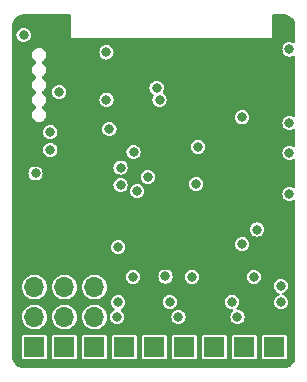
<source format=gbr>
%TF.GenerationSoftware,KiCad,Pcbnew,(6.0.8)*%
%TF.CreationDate,2023-03-28T19:59:17+01:00*%
%TF.ProjectId,m-link-plus,6d2d6c69-6e6b-42d7-906c-75732e6b6963,rev?*%
%TF.SameCoordinates,Original*%
%TF.FileFunction,Copper,L3,Inr*%
%TF.FilePolarity,Positive*%
%FSLAX46Y46*%
G04 Gerber Fmt 4.6, Leading zero omitted, Abs format (unit mm)*
G04 Created by KiCad (PCBNEW (6.0.8)) date 2023-03-28 19:59:17*
%MOMM*%
%LPD*%
G01*
G04 APERTURE LIST*
%TA.AperFunction,ComponentPad*%
%ADD10O,1.700000X1.700000*%
%TD*%
%TA.AperFunction,ComponentPad*%
%ADD11R,1.700000X1.700000*%
%TD*%
%TA.AperFunction,ViaPad*%
%ADD12C,0.800000*%
%TD*%
G04 APERTURE END LIST*
D10*
%TO.N,/CH1*%
%TO.C,J3*%
X80905000Y-92114000D03*
%TO.N,+5V*%
X80905000Y-94654000D03*
D11*
%TO.N,GND*%
X80905000Y-97194000D03*
D10*
%TO.N,/CH2*%
X83445000Y-92114000D03*
%TO.N,+5V*%
X83445000Y-94654000D03*
D11*
%TO.N,GND*%
X83445000Y-97194000D03*
D10*
%TO.N,/CH3*%
X85985000Y-92114000D03*
%TO.N,+5V*%
X85985000Y-94654000D03*
D11*
%TO.N,GND*%
X85985000Y-97194000D03*
%TO.N,/M1A*%
X88525000Y-97194000D03*
%TO.N,/M1B*%
X91065000Y-97194000D03*
%TO.N,/M2A*%
X93605000Y-97194000D03*
%TO.N,/M2B*%
X96145000Y-97194000D03*
%TO.N,/M3A*%
X98685000Y-97194000D03*
%TO.N,/M3B*%
X101225000Y-97194000D03*
%TD*%
D12*
%TO.N,GND*%
X101762299Y-92012299D03*
X94750000Y-80250000D03*
X87000000Y-76250000D03*
X91500000Y-76250000D03*
X99750000Y-87250000D03*
X88200000Y-83500000D03*
X79987701Y-70787701D03*
X81000000Y-82500000D03*
X88000000Y-88750000D03*
X97634000Y-93384000D03*
X92366000Y-93384000D03*
X88000000Y-93400000D03*
X88200000Y-82000000D03*
X101800000Y-93400000D03*
X102500000Y-72000000D03*
X94600000Y-83400000D03*
X102500000Y-78250000D03*
X87000000Y-72250000D03*
%TO.N,/DTR*%
X83000000Y-75600000D03*
%TO.N,+5V*%
X98500000Y-88500000D03*
X98096000Y-94654000D03*
X87904000Y-94654000D03*
X93096000Y-94654000D03*
X92000000Y-91225500D03*
%TO.N,/RESET*%
X82250000Y-79000000D03*
%TO.N,/ADC*%
X102500000Y-80750000D03*
%TO.N,/EN*%
X91250000Y-75250000D03*
%TO.N,/MTDI*%
X82250000Y-80500000D03*
%TO.N,/LED1*%
X98500000Y-77750000D03*
%TO.N,+3V3*%
X97000000Y-78750000D03*
X88000000Y-91250000D03*
X97000000Y-80250000D03*
X97000000Y-77250000D03*
X98160000Y-91250000D03*
X80250000Y-78750000D03*
X101500000Y-88000000D03*
X81000000Y-83500000D03*
X97000000Y-83250000D03*
X93080000Y-91250000D03*
X93000000Y-77750000D03*
%TO.N,/SCL*%
X89300000Y-80700000D03*
%TO.N,/SDA*%
X87250000Y-78750000D03*
%TO.N,/SLEEP*%
X99480500Y-91250000D03*
X94250000Y-91250000D03*
X89250000Y-91250000D03*
X102500000Y-84250000D03*
%TO.N,/ENABLE*%
X90500000Y-82800000D03*
%TO.N,/FEEDBACK*%
X89600000Y-84000000D03*
%TD*%
%TA.AperFunction,Conductor*%
%TO.N,+3V3*%
G36*
X83942121Y-69030502D02*
G01*
X83988614Y-69084158D01*
X84000000Y-69136500D01*
X84000000Y-71000000D01*
X101000000Y-71000000D01*
X101000000Y-69136500D01*
X101020002Y-69068379D01*
X101073658Y-69021886D01*
X101126000Y-69010500D01*
X101994491Y-69010500D01*
X101998315Y-69010667D01*
X102000000Y-69011365D01*
X102001365Y-69010800D01*
X102005472Y-69010979D01*
X102043305Y-69014289D01*
X102160847Y-69024573D01*
X102182470Y-69028385D01*
X102251244Y-69046813D01*
X102327781Y-69067321D01*
X102348420Y-69074833D01*
X102484760Y-69138410D01*
X102503780Y-69149392D01*
X102627011Y-69235679D01*
X102643836Y-69249797D01*
X102750203Y-69356164D01*
X102764321Y-69372989D01*
X102850608Y-69496220D01*
X102861590Y-69515240D01*
X102925167Y-69651580D01*
X102932679Y-69672219D01*
X102971614Y-69817526D01*
X102975428Y-69839156D01*
X102989021Y-69994528D01*
X102989200Y-69998635D01*
X102988635Y-70000000D01*
X102989333Y-70001685D01*
X102989500Y-70005509D01*
X102989500Y-71366238D01*
X102969498Y-71434359D01*
X102915842Y-71480852D01*
X102845568Y-71490956D01*
X102804509Y-71476744D01*
X102802841Y-71475464D01*
X102795213Y-71472304D01*
X102664391Y-71418116D01*
X102656762Y-71414956D01*
X102500000Y-71394318D01*
X102343238Y-71414956D01*
X102197159Y-71475464D01*
X102071718Y-71571718D01*
X101975464Y-71697159D01*
X101914956Y-71843238D01*
X101894318Y-72000000D01*
X101914956Y-72156762D01*
X101975464Y-72302841D01*
X102071718Y-72428282D01*
X102197159Y-72524536D01*
X102343238Y-72585044D01*
X102500000Y-72605682D01*
X102508188Y-72604604D01*
X102648574Y-72586122D01*
X102656762Y-72585044D01*
X102664391Y-72581884D01*
X102795215Y-72527695D01*
X102795216Y-72527694D01*
X102802841Y-72524536D01*
X102803718Y-72523863D01*
X102869494Y-72507905D01*
X102936586Y-72531125D01*
X102980474Y-72586931D01*
X102989500Y-72633762D01*
X102989500Y-77616238D01*
X102969498Y-77684359D01*
X102915842Y-77730852D01*
X102845568Y-77740956D01*
X102804509Y-77726744D01*
X102802841Y-77725464D01*
X102795213Y-77722304D01*
X102664391Y-77668116D01*
X102656762Y-77664956D01*
X102500000Y-77644318D01*
X102343238Y-77664956D01*
X102197159Y-77725464D01*
X102071718Y-77821718D01*
X101975464Y-77947159D01*
X101914956Y-78093238D01*
X101894318Y-78250000D01*
X101914956Y-78406762D01*
X101975464Y-78552841D01*
X102071718Y-78678282D01*
X102197159Y-78774536D01*
X102343238Y-78835044D01*
X102500000Y-78855682D01*
X102508188Y-78854604D01*
X102648574Y-78836122D01*
X102656762Y-78835044D01*
X102786934Y-78781125D01*
X102795215Y-78777695D01*
X102795216Y-78777694D01*
X102802841Y-78774536D01*
X102803718Y-78773863D01*
X102869494Y-78757905D01*
X102936586Y-78781125D01*
X102980474Y-78836931D01*
X102989500Y-78883762D01*
X102989500Y-80116238D01*
X102969498Y-80184359D01*
X102915842Y-80230852D01*
X102845568Y-80240956D01*
X102804509Y-80226744D01*
X102802841Y-80225464D01*
X102795213Y-80222304D01*
X102664391Y-80168116D01*
X102656762Y-80164956D01*
X102500000Y-80144318D01*
X102343238Y-80164956D01*
X102197159Y-80225464D01*
X102071718Y-80321718D01*
X101975464Y-80447159D01*
X101914956Y-80593238D01*
X101894318Y-80750000D01*
X101914956Y-80906762D01*
X101975464Y-81052841D01*
X102071718Y-81178282D01*
X102197159Y-81274536D01*
X102343238Y-81335044D01*
X102500000Y-81355682D01*
X102508188Y-81354604D01*
X102648574Y-81336122D01*
X102656762Y-81335044D01*
X102774870Y-81286122D01*
X102795215Y-81277695D01*
X102795216Y-81277694D01*
X102802841Y-81274536D01*
X102803718Y-81273863D01*
X102869494Y-81257905D01*
X102936586Y-81281125D01*
X102980474Y-81336931D01*
X102989500Y-81383762D01*
X102989500Y-83616238D01*
X102969498Y-83684359D01*
X102915842Y-83730852D01*
X102845568Y-83740956D01*
X102804509Y-83726744D01*
X102802841Y-83725464D01*
X102795213Y-83722304D01*
X102664391Y-83668116D01*
X102656762Y-83664956D01*
X102500000Y-83644318D01*
X102343238Y-83664956D01*
X102197159Y-83725464D01*
X102071718Y-83821718D01*
X101975464Y-83947159D01*
X101914956Y-84093238D01*
X101894318Y-84250000D01*
X101914956Y-84406762D01*
X101975464Y-84552841D01*
X102071718Y-84678282D01*
X102197159Y-84774536D01*
X102343238Y-84835044D01*
X102500000Y-84855682D01*
X102508188Y-84854604D01*
X102648574Y-84836122D01*
X102656762Y-84835044D01*
X102786934Y-84781125D01*
X102795215Y-84777695D01*
X102795216Y-84777694D01*
X102802841Y-84774536D01*
X102803718Y-84773863D01*
X102869494Y-84757905D01*
X102936586Y-84781125D01*
X102980474Y-84836931D01*
X102989500Y-84883762D01*
X102989500Y-97994491D01*
X102989333Y-97998315D01*
X102988635Y-98000000D01*
X102989200Y-98001365D01*
X102989021Y-98005472D01*
X102977904Y-98132547D01*
X102975428Y-98160844D01*
X102971615Y-98182470D01*
X102954994Y-98244500D01*
X102932679Y-98327781D01*
X102925167Y-98348420D01*
X102861590Y-98484760D01*
X102850608Y-98503780D01*
X102764321Y-98627011D01*
X102750203Y-98643836D01*
X102643836Y-98750203D01*
X102627011Y-98764321D01*
X102503780Y-98850608D01*
X102484760Y-98861590D01*
X102348420Y-98925167D01*
X102327780Y-98932679D01*
X102182470Y-98971615D01*
X102160847Y-98975427D01*
X102043305Y-98985711D01*
X102005472Y-98989021D01*
X102001365Y-98989200D01*
X102000000Y-98988635D01*
X101998315Y-98989333D01*
X101994491Y-98989500D01*
X80005509Y-98989500D01*
X80001685Y-98989333D01*
X80000000Y-98988635D01*
X79998635Y-98989200D01*
X79994528Y-98989021D01*
X79956695Y-98985711D01*
X79839153Y-98975427D01*
X79817530Y-98971615D01*
X79672220Y-98932679D01*
X79651580Y-98925167D01*
X79515240Y-98861590D01*
X79496220Y-98850608D01*
X79372989Y-98764321D01*
X79356164Y-98750203D01*
X79249797Y-98643836D01*
X79235679Y-98627011D01*
X79149392Y-98503780D01*
X79138410Y-98484760D01*
X79074833Y-98348420D01*
X79067321Y-98327781D01*
X79045006Y-98244500D01*
X79028385Y-98182470D01*
X79024572Y-98160844D01*
X79022097Y-98132547D01*
X79016078Y-98063748D01*
X79854500Y-98063748D01*
X79866133Y-98122231D01*
X79910448Y-98188552D01*
X79976769Y-98232867D01*
X79988938Y-98235288D01*
X79988939Y-98235288D01*
X80029184Y-98243293D01*
X80035252Y-98244500D01*
X81774748Y-98244500D01*
X81780816Y-98243293D01*
X81821061Y-98235288D01*
X81821062Y-98235288D01*
X81833231Y-98232867D01*
X81899552Y-98188552D01*
X81943867Y-98122231D01*
X81955500Y-98063748D01*
X82394500Y-98063748D01*
X82406133Y-98122231D01*
X82450448Y-98188552D01*
X82516769Y-98232867D01*
X82528938Y-98235288D01*
X82528939Y-98235288D01*
X82569184Y-98243293D01*
X82575252Y-98244500D01*
X84314748Y-98244500D01*
X84320816Y-98243293D01*
X84361061Y-98235288D01*
X84361062Y-98235288D01*
X84373231Y-98232867D01*
X84439552Y-98188552D01*
X84483867Y-98122231D01*
X84495500Y-98063748D01*
X84934500Y-98063748D01*
X84946133Y-98122231D01*
X84990448Y-98188552D01*
X85056769Y-98232867D01*
X85068938Y-98235288D01*
X85068939Y-98235288D01*
X85109184Y-98243293D01*
X85115252Y-98244500D01*
X86854748Y-98244500D01*
X86860816Y-98243293D01*
X86901061Y-98235288D01*
X86901062Y-98235288D01*
X86913231Y-98232867D01*
X86979552Y-98188552D01*
X87023867Y-98122231D01*
X87035500Y-98063748D01*
X87474500Y-98063748D01*
X87486133Y-98122231D01*
X87530448Y-98188552D01*
X87596769Y-98232867D01*
X87608938Y-98235288D01*
X87608939Y-98235288D01*
X87649184Y-98243293D01*
X87655252Y-98244500D01*
X89394748Y-98244500D01*
X89400816Y-98243293D01*
X89441061Y-98235288D01*
X89441062Y-98235288D01*
X89453231Y-98232867D01*
X89519552Y-98188552D01*
X89563867Y-98122231D01*
X89575500Y-98063748D01*
X90014500Y-98063748D01*
X90026133Y-98122231D01*
X90070448Y-98188552D01*
X90136769Y-98232867D01*
X90148938Y-98235288D01*
X90148939Y-98235288D01*
X90189184Y-98243293D01*
X90195252Y-98244500D01*
X91934748Y-98244500D01*
X91940816Y-98243293D01*
X91981061Y-98235288D01*
X91981062Y-98235288D01*
X91993231Y-98232867D01*
X92059552Y-98188552D01*
X92103867Y-98122231D01*
X92115500Y-98063748D01*
X92554500Y-98063748D01*
X92566133Y-98122231D01*
X92610448Y-98188552D01*
X92676769Y-98232867D01*
X92688938Y-98235288D01*
X92688939Y-98235288D01*
X92729184Y-98243293D01*
X92735252Y-98244500D01*
X94474748Y-98244500D01*
X94480816Y-98243293D01*
X94521061Y-98235288D01*
X94521062Y-98235288D01*
X94533231Y-98232867D01*
X94599552Y-98188552D01*
X94643867Y-98122231D01*
X94655500Y-98063748D01*
X95094500Y-98063748D01*
X95106133Y-98122231D01*
X95150448Y-98188552D01*
X95216769Y-98232867D01*
X95228938Y-98235288D01*
X95228939Y-98235288D01*
X95269184Y-98243293D01*
X95275252Y-98244500D01*
X97014748Y-98244500D01*
X97020816Y-98243293D01*
X97061061Y-98235288D01*
X97061062Y-98235288D01*
X97073231Y-98232867D01*
X97139552Y-98188552D01*
X97183867Y-98122231D01*
X97195500Y-98063748D01*
X97634500Y-98063748D01*
X97646133Y-98122231D01*
X97690448Y-98188552D01*
X97756769Y-98232867D01*
X97768938Y-98235288D01*
X97768939Y-98235288D01*
X97809184Y-98243293D01*
X97815252Y-98244500D01*
X99554748Y-98244500D01*
X99560816Y-98243293D01*
X99601061Y-98235288D01*
X99601062Y-98235288D01*
X99613231Y-98232867D01*
X99679552Y-98188552D01*
X99723867Y-98122231D01*
X99735500Y-98063748D01*
X100174500Y-98063748D01*
X100186133Y-98122231D01*
X100230448Y-98188552D01*
X100296769Y-98232867D01*
X100308938Y-98235288D01*
X100308939Y-98235288D01*
X100349184Y-98243293D01*
X100355252Y-98244500D01*
X102094748Y-98244500D01*
X102100816Y-98243293D01*
X102141061Y-98235288D01*
X102141062Y-98235288D01*
X102153231Y-98232867D01*
X102219552Y-98188552D01*
X102263867Y-98122231D01*
X102275500Y-98063748D01*
X102275500Y-96324252D01*
X102263867Y-96265769D01*
X102219552Y-96199448D01*
X102153231Y-96155133D01*
X102141062Y-96152712D01*
X102141061Y-96152712D01*
X102100816Y-96144707D01*
X102094748Y-96143500D01*
X100355252Y-96143500D01*
X100349184Y-96144707D01*
X100308939Y-96152712D01*
X100308938Y-96152712D01*
X100296769Y-96155133D01*
X100230448Y-96199448D01*
X100186133Y-96265769D01*
X100174500Y-96324252D01*
X100174500Y-98063748D01*
X99735500Y-98063748D01*
X99735500Y-96324252D01*
X99723867Y-96265769D01*
X99679552Y-96199448D01*
X99613231Y-96155133D01*
X99601062Y-96152712D01*
X99601061Y-96152712D01*
X99560816Y-96144707D01*
X99554748Y-96143500D01*
X97815252Y-96143500D01*
X97809184Y-96144707D01*
X97768939Y-96152712D01*
X97768938Y-96152712D01*
X97756769Y-96155133D01*
X97690448Y-96199448D01*
X97646133Y-96265769D01*
X97634500Y-96324252D01*
X97634500Y-98063748D01*
X97195500Y-98063748D01*
X97195500Y-96324252D01*
X97183867Y-96265769D01*
X97139552Y-96199448D01*
X97073231Y-96155133D01*
X97061062Y-96152712D01*
X97061061Y-96152712D01*
X97020816Y-96144707D01*
X97014748Y-96143500D01*
X95275252Y-96143500D01*
X95269184Y-96144707D01*
X95228939Y-96152712D01*
X95228938Y-96152712D01*
X95216769Y-96155133D01*
X95150448Y-96199448D01*
X95106133Y-96265769D01*
X95094500Y-96324252D01*
X95094500Y-98063748D01*
X94655500Y-98063748D01*
X94655500Y-96324252D01*
X94643867Y-96265769D01*
X94599552Y-96199448D01*
X94533231Y-96155133D01*
X94521062Y-96152712D01*
X94521061Y-96152712D01*
X94480816Y-96144707D01*
X94474748Y-96143500D01*
X92735252Y-96143500D01*
X92729184Y-96144707D01*
X92688939Y-96152712D01*
X92688938Y-96152712D01*
X92676769Y-96155133D01*
X92610448Y-96199448D01*
X92566133Y-96265769D01*
X92554500Y-96324252D01*
X92554500Y-98063748D01*
X92115500Y-98063748D01*
X92115500Y-96324252D01*
X92103867Y-96265769D01*
X92059552Y-96199448D01*
X91993231Y-96155133D01*
X91981062Y-96152712D01*
X91981061Y-96152712D01*
X91940816Y-96144707D01*
X91934748Y-96143500D01*
X90195252Y-96143500D01*
X90189184Y-96144707D01*
X90148939Y-96152712D01*
X90148938Y-96152712D01*
X90136769Y-96155133D01*
X90070448Y-96199448D01*
X90026133Y-96265769D01*
X90014500Y-96324252D01*
X90014500Y-98063748D01*
X89575500Y-98063748D01*
X89575500Y-96324252D01*
X89563867Y-96265769D01*
X89519552Y-96199448D01*
X89453231Y-96155133D01*
X89441062Y-96152712D01*
X89441061Y-96152712D01*
X89400816Y-96144707D01*
X89394748Y-96143500D01*
X87655252Y-96143500D01*
X87649184Y-96144707D01*
X87608939Y-96152712D01*
X87608938Y-96152712D01*
X87596769Y-96155133D01*
X87530448Y-96199448D01*
X87486133Y-96265769D01*
X87474500Y-96324252D01*
X87474500Y-98063748D01*
X87035500Y-98063748D01*
X87035500Y-96324252D01*
X87023867Y-96265769D01*
X86979552Y-96199448D01*
X86913231Y-96155133D01*
X86901062Y-96152712D01*
X86901061Y-96152712D01*
X86860816Y-96144707D01*
X86854748Y-96143500D01*
X85115252Y-96143500D01*
X85109184Y-96144707D01*
X85068939Y-96152712D01*
X85068938Y-96152712D01*
X85056769Y-96155133D01*
X84990448Y-96199448D01*
X84946133Y-96265769D01*
X84934500Y-96324252D01*
X84934500Y-98063748D01*
X84495500Y-98063748D01*
X84495500Y-96324252D01*
X84483867Y-96265769D01*
X84439552Y-96199448D01*
X84373231Y-96155133D01*
X84361062Y-96152712D01*
X84361061Y-96152712D01*
X84320816Y-96144707D01*
X84314748Y-96143500D01*
X82575252Y-96143500D01*
X82569184Y-96144707D01*
X82528939Y-96152712D01*
X82528938Y-96152712D01*
X82516769Y-96155133D01*
X82450448Y-96199448D01*
X82406133Y-96265769D01*
X82394500Y-96324252D01*
X82394500Y-98063748D01*
X81955500Y-98063748D01*
X81955500Y-96324252D01*
X81943867Y-96265769D01*
X81899552Y-96199448D01*
X81833231Y-96155133D01*
X81821062Y-96152712D01*
X81821061Y-96152712D01*
X81780816Y-96144707D01*
X81774748Y-96143500D01*
X80035252Y-96143500D01*
X80029184Y-96144707D01*
X79988939Y-96152712D01*
X79988938Y-96152712D01*
X79976769Y-96155133D01*
X79910448Y-96199448D01*
X79866133Y-96265769D01*
X79854500Y-96324252D01*
X79854500Y-98063748D01*
X79016078Y-98063748D01*
X79010979Y-98005472D01*
X79010800Y-98001365D01*
X79011365Y-98000000D01*
X79010667Y-97998315D01*
X79010500Y-97994491D01*
X79010500Y-94639262D01*
X79849520Y-94639262D01*
X79866759Y-94844553D01*
X79868458Y-94850478D01*
X79900836Y-94963392D01*
X79923544Y-95042586D01*
X79926359Y-95048063D01*
X79926360Y-95048066D01*
X79946526Y-95087305D01*
X80017712Y-95225818D01*
X80145677Y-95387270D01*
X80302564Y-95520791D01*
X80482398Y-95621297D01*
X80577238Y-95652113D01*
X80672471Y-95683056D01*
X80672475Y-95683057D01*
X80678329Y-95684959D01*
X80882894Y-95709351D01*
X80889029Y-95708879D01*
X80889031Y-95708879D01*
X80945039Y-95704569D01*
X81088300Y-95693546D01*
X81094230Y-95691890D01*
X81094232Y-95691890D01*
X81280797Y-95639800D01*
X81280796Y-95639800D01*
X81286725Y-95638145D01*
X81292214Y-95635372D01*
X81292220Y-95635370D01*
X81465116Y-95548033D01*
X81470610Y-95545258D01*
X81632951Y-95418424D01*
X81767564Y-95262472D01*
X81788387Y-95225818D01*
X81866276Y-95088707D01*
X81869323Y-95083344D01*
X81934351Y-94887863D01*
X81960171Y-94683474D01*
X81960583Y-94654000D01*
X81959138Y-94639262D01*
X82389520Y-94639262D01*
X82406759Y-94844553D01*
X82408458Y-94850478D01*
X82440836Y-94963392D01*
X82463544Y-95042586D01*
X82466359Y-95048063D01*
X82466360Y-95048066D01*
X82486526Y-95087305D01*
X82557712Y-95225818D01*
X82685677Y-95387270D01*
X82842564Y-95520791D01*
X83022398Y-95621297D01*
X83117238Y-95652113D01*
X83212471Y-95683056D01*
X83212475Y-95683057D01*
X83218329Y-95684959D01*
X83422894Y-95709351D01*
X83429029Y-95708879D01*
X83429031Y-95708879D01*
X83485039Y-95704569D01*
X83628300Y-95693546D01*
X83634230Y-95691890D01*
X83634232Y-95691890D01*
X83820797Y-95639800D01*
X83820796Y-95639800D01*
X83826725Y-95638145D01*
X83832214Y-95635372D01*
X83832220Y-95635370D01*
X84005116Y-95548033D01*
X84010610Y-95545258D01*
X84172951Y-95418424D01*
X84307564Y-95262472D01*
X84328387Y-95225818D01*
X84406276Y-95088707D01*
X84409323Y-95083344D01*
X84474351Y-94887863D01*
X84500171Y-94683474D01*
X84500583Y-94654000D01*
X84499138Y-94639262D01*
X84929520Y-94639262D01*
X84946759Y-94844553D01*
X84948458Y-94850478D01*
X84980836Y-94963392D01*
X85003544Y-95042586D01*
X85006359Y-95048063D01*
X85006360Y-95048066D01*
X85026526Y-95087305D01*
X85097712Y-95225818D01*
X85225677Y-95387270D01*
X85382564Y-95520791D01*
X85562398Y-95621297D01*
X85657238Y-95652113D01*
X85752471Y-95683056D01*
X85752475Y-95683057D01*
X85758329Y-95684959D01*
X85962894Y-95709351D01*
X85969029Y-95708879D01*
X85969031Y-95708879D01*
X86025039Y-95704569D01*
X86168300Y-95693546D01*
X86174230Y-95691890D01*
X86174232Y-95691890D01*
X86360797Y-95639800D01*
X86360796Y-95639800D01*
X86366725Y-95638145D01*
X86372214Y-95635372D01*
X86372220Y-95635370D01*
X86545116Y-95548033D01*
X86550610Y-95545258D01*
X86712951Y-95418424D01*
X86847564Y-95262472D01*
X86868387Y-95225818D01*
X86946276Y-95088707D01*
X86949323Y-95083344D01*
X87014351Y-94887863D01*
X87040171Y-94683474D01*
X87040583Y-94654000D01*
X87298318Y-94654000D01*
X87318956Y-94810762D01*
X87379464Y-94956841D01*
X87475718Y-95082282D01*
X87601159Y-95178536D01*
X87747238Y-95239044D01*
X87904000Y-95259682D01*
X87912188Y-95258604D01*
X88052574Y-95240122D01*
X88060762Y-95239044D01*
X88206841Y-95178536D01*
X88332282Y-95082282D01*
X88428536Y-94956841D01*
X88489044Y-94810762D01*
X88509682Y-94654000D01*
X92490318Y-94654000D01*
X92510956Y-94810762D01*
X92571464Y-94956841D01*
X92667718Y-95082282D01*
X92793159Y-95178536D01*
X92939238Y-95239044D01*
X93096000Y-95259682D01*
X93104188Y-95258604D01*
X93244574Y-95240122D01*
X93252762Y-95239044D01*
X93398841Y-95178536D01*
X93524282Y-95082282D01*
X93620536Y-94956841D01*
X93681044Y-94810762D01*
X93701682Y-94654000D01*
X93681044Y-94497238D01*
X93620536Y-94351159D01*
X93524282Y-94225718D01*
X93398841Y-94129464D01*
X93252762Y-94068956D01*
X93096000Y-94048318D01*
X92939238Y-94068956D01*
X92793159Y-94129464D01*
X92667718Y-94225718D01*
X92571464Y-94351159D01*
X92510956Y-94497238D01*
X92490318Y-94654000D01*
X88509682Y-94654000D01*
X88489044Y-94497238D01*
X88428536Y-94351159D01*
X88332282Y-94225718D01*
X88325735Y-94220694D01*
X88325732Y-94220691D01*
X88240195Y-94155056D01*
X88198328Y-94097718D01*
X88194106Y-94026847D01*
X88228870Y-93964945D01*
X88268682Y-93938685D01*
X88302841Y-93924536D01*
X88428282Y-93828282D01*
X88524536Y-93702841D01*
X88585044Y-93556762D01*
X88605682Y-93400000D01*
X88603576Y-93384000D01*
X91760318Y-93384000D01*
X91780956Y-93540762D01*
X91841464Y-93686841D01*
X91937718Y-93812282D01*
X92063159Y-93908536D01*
X92209238Y-93969044D01*
X92366000Y-93989682D01*
X92374188Y-93988604D01*
X92376247Y-93988333D01*
X92522762Y-93969044D01*
X92668841Y-93908536D01*
X92794282Y-93812282D01*
X92890536Y-93686841D01*
X92951044Y-93540762D01*
X92971682Y-93384000D01*
X97028318Y-93384000D01*
X97048956Y-93540762D01*
X97109464Y-93686841D01*
X97205718Y-93812282D01*
X97331159Y-93908536D01*
X97477238Y-93969044D01*
X97519180Y-93974566D01*
X97623751Y-93988333D01*
X97688679Y-94017056D01*
X97727770Y-94076321D01*
X97728615Y-94147312D01*
X97690945Y-94207491D01*
X97684007Y-94213219D01*
X97667718Y-94225718D01*
X97571464Y-94351159D01*
X97510956Y-94497238D01*
X97490318Y-94654000D01*
X97510956Y-94810762D01*
X97571464Y-94956841D01*
X97667718Y-95082282D01*
X97793159Y-95178536D01*
X97939238Y-95239044D01*
X98096000Y-95259682D01*
X98104188Y-95258604D01*
X98244574Y-95240122D01*
X98252762Y-95239044D01*
X98398841Y-95178536D01*
X98524282Y-95082282D01*
X98620536Y-94956841D01*
X98681044Y-94810762D01*
X98701682Y-94654000D01*
X98681044Y-94497238D01*
X98620536Y-94351159D01*
X98524282Y-94225718D01*
X98398841Y-94129464D01*
X98252762Y-94068956D01*
X98207772Y-94063033D01*
X98106249Y-94049667D01*
X98041321Y-94020944D01*
X98002230Y-93961679D01*
X98001385Y-93890688D01*
X98039055Y-93830509D01*
X98045993Y-93824781D01*
X98055735Y-93817306D01*
X98055736Y-93817305D01*
X98062282Y-93812282D01*
X98158536Y-93686841D01*
X98219044Y-93540762D01*
X98239682Y-93384000D01*
X98219044Y-93227238D01*
X98158536Y-93081159D01*
X98090059Y-92991918D01*
X98067305Y-92962264D01*
X98062282Y-92955718D01*
X97936841Y-92859464D01*
X97790762Y-92798956D01*
X97634000Y-92778318D01*
X97477238Y-92798956D01*
X97331159Y-92859464D01*
X97205718Y-92955718D01*
X97200695Y-92962264D01*
X97177941Y-92991918D01*
X97109464Y-93081159D01*
X97048956Y-93227238D01*
X97028318Y-93384000D01*
X92971682Y-93384000D01*
X92951044Y-93227238D01*
X92890536Y-93081159D01*
X92822059Y-92991918D01*
X92799305Y-92962264D01*
X92794282Y-92955718D01*
X92668841Y-92859464D01*
X92522762Y-92798956D01*
X92366000Y-92778318D01*
X92209238Y-92798956D01*
X92063159Y-92859464D01*
X91937718Y-92955718D01*
X91932695Y-92962264D01*
X91909941Y-92991918D01*
X91841464Y-93081159D01*
X91780956Y-93227238D01*
X91760318Y-93384000D01*
X88603576Y-93384000D01*
X88585044Y-93243238D01*
X88524536Y-93097159D01*
X88428282Y-92971718D01*
X88302841Y-92875464D01*
X88156762Y-92814956D01*
X88000000Y-92794318D01*
X87843238Y-92814956D01*
X87697159Y-92875464D01*
X87571718Y-92971718D01*
X87475464Y-93097159D01*
X87414956Y-93243238D01*
X87394318Y-93400000D01*
X87414956Y-93556762D01*
X87475464Y-93702841D01*
X87571718Y-93828282D01*
X87578264Y-93833305D01*
X87578268Y-93833309D01*
X87663805Y-93898944D01*
X87705672Y-93956282D01*
X87709894Y-94027153D01*
X87675130Y-94089055D01*
X87635319Y-94115315D01*
X87601159Y-94129464D01*
X87475718Y-94225718D01*
X87379464Y-94351159D01*
X87318956Y-94497238D01*
X87298318Y-94654000D01*
X87040583Y-94654000D01*
X87020480Y-94448970D01*
X86960935Y-94251749D01*
X86864218Y-94069849D01*
X86778660Y-93964945D01*
X86737906Y-93914975D01*
X86737903Y-93914972D01*
X86734011Y-93910200D01*
X86641066Y-93833309D01*
X86580025Y-93782811D01*
X86580021Y-93782809D01*
X86575275Y-93778882D01*
X86394055Y-93680897D01*
X86197254Y-93619977D01*
X86191129Y-93619333D01*
X86191128Y-93619333D01*
X85998498Y-93599087D01*
X85998496Y-93599087D01*
X85992369Y-93598443D01*
X85905529Y-93606346D01*
X85793342Y-93616555D01*
X85793339Y-93616556D01*
X85787203Y-93617114D01*
X85589572Y-93675280D01*
X85407002Y-93770726D01*
X85402201Y-93774586D01*
X85402198Y-93774588D01*
X85329169Y-93833305D01*
X85246447Y-93899815D01*
X85114024Y-94057630D01*
X85111056Y-94063028D01*
X85111053Y-94063033D01*
X85021617Y-94225718D01*
X85014776Y-94238162D01*
X84952484Y-94434532D01*
X84951798Y-94440649D01*
X84951797Y-94440653D01*
X84946306Y-94489609D01*
X84929520Y-94639262D01*
X84499138Y-94639262D01*
X84480480Y-94448970D01*
X84420935Y-94251749D01*
X84324218Y-94069849D01*
X84238660Y-93964945D01*
X84197906Y-93914975D01*
X84197903Y-93914972D01*
X84194011Y-93910200D01*
X84101066Y-93833309D01*
X84040025Y-93782811D01*
X84040021Y-93782809D01*
X84035275Y-93778882D01*
X83854055Y-93680897D01*
X83657254Y-93619977D01*
X83651129Y-93619333D01*
X83651128Y-93619333D01*
X83458498Y-93599087D01*
X83458496Y-93599087D01*
X83452369Y-93598443D01*
X83365529Y-93606346D01*
X83253342Y-93616555D01*
X83253339Y-93616556D01*
X83247203Y-93617114D01*
X83049572Y-93675280D01*
X82867002Y-93770726D01*
X82862201Y-93774586D01*
X82862198Y-93774588D01*
X82789169Y-93833305D01*
X82706447Y-93899815D01*
X82574024Y-94057630D01*
X82571056Y-94063028D01*
X82571053Y-94063033D01*
X82481617Y-94225718D01*
X82474776Y-94238162D01*
X82412484Y-94434532D01*
X82411798Y-94440649D01*
X82411797Y-94440653D01*
X82406306Y-94489609D01*
X82389520Y-94639262D01*
X81959138Y-94639262D01*
X81940480Y-94448970D01*
X81880935Y-94251749D01*
X81784218Y-94069849D01*
X81698660Y-93964945D01*
X81657906Y-93914975D01*
X81657903Y-93914972D01*
X81654011Y-93910200D01*
X81561066Y-93833309D01*
X81500025Y-93782811D01*
X81500021Y-93782809D01*
X81495275Y-93778882D01*
X81314055Y-93680897D01*
X81117254Y-93619977D01*
X81111129Y-93619333D01*
X81111128Y-93619333D01*
X80918498Y-93599087D01*
X80918496Y-93599087D01*
X80912369Y-93598443D01*
X80825529Y-93606346D01*
X80713342Y-93616555D01*
X80713339Y-93616556D01*
X80707203Y-93617114D01*
X80509572Y-93675280D01*
X80327002Y-93770726D01*
X80322201Y-93774586D01*
X80322198Y-93774588D01*
X80249169Y-93833305D01*
X80166447Y-93899815D01*
X80034024Y-94057630D01*
X80031056Y-94063028D01*
X80031053Y-94063033D01*
X79941617Y-94225718D01*
X79934776Y-94238162D01*
X79872484Y-94434532D01*
X79871798Y-94440649D01*
X79871797Y-94440653D01*
X79866306Y-94489609D01*
X79849520Y-94639262D01*
X79010500Y-94639262D01*
X79010500Y-92099262D01*
X79849520Y-92099262D01*
X79866759Y-92304553D01*
X79868458Y-92310478D01*
X79907205Y-92445604D01*
X79923544Y-92502586D01*
X79926359Y-92508063D01*
X79926360Y-92508066D01*
X80014897Y-92680341D01*
X80017712Y-92685818D01*
X80145677Y-92847270D01*
X80150370Y-92851264D01*
X80150371Y-92851265D01*
X80184712Y-92880491D01*
X80302564Y-92980791D01*
X80482398Y-93081297D01*
X80554699Y-93104789D01*
X80672471Y-93143056D01*
X80672475Y-93143057D01*
X80678329Y-93144959D01*
X80882894Y-93169351D01*
X80889029Y-93168879D01*
X80889031Y-93168879D01*
X80945039Y-93164569D01*
X81088300Y-93153546D01*
X81094230Y-93151890D01*
X81094232Y-93151890D01*
X81218104Y-93117304D01*
X81286725Y-93098145D01*
X81292214Y-93095372D01*
X81292220Y-93095370D01*
X81465116Y-93008033D01*
X81470610Y-93005258D01*
X81513540Y-92971718D01*
X81628101Y-92882213D01*
X81632951Y-92878424D01*
X81652045Y-92856304D01*
X81763540Y-92727134D01*
X81763540Y-92727133D01*
X81767564Y-92722472D01*
X81788387Y-92685818D01*
X81809467Y-92648709D01*
X81869323Y-92543344D01*
X81934351Y-92347863D01*
X81960171Y-92143474D01*
X81960583Y-92114000D01*
X81959138Y-92099262D01*
X82389520Y-92099262D01*
X82406759Y-92304553D01*
X82408458Y-92310478D01*
X82447205Y-92445604D01*
X82463544Y-92502586D01*
X82466359Y-92508063D01*
X82466360Y-92508066D01*
X82554897Y-92680341D01*
X82557712Y-92685818D01*
X82685677Y-92847270D01*
X82690370Y-92851264D01*
X82690371Y-92851265D01*
X82724712Y-92880491D01*
X82842564Y-92980791D01*
X83022398Y-93081297D01*
X83094699Y-93104789D01*
X83212471Y-93143056D01*
X83212475Y-93143057D01*
X83218329Y-93144959D01*
X83422894Y-93169351D01*
X83429029Y-93168879D01*
X83429031Y-93168879D01*
X83485039Y-93164569D01*
X83628300Y-93153546D01*
X83634230Y-93151890D01*
X83634232Y-93151890D01*
X83758104Y-93117304D01*
X83826725Y-93098145D01*
X83832214Y-93095372D01*
X83832220Y-93095370D01*
X84005116Y-93008033D01*
X84010610Y-93005258D01*
X84053540Y-92971718D01*
X84168101Y-92882213D01*
X84172951Y-92878424D01*
X84192045Y-92856304D01*
X84303540Y-92727134D01*
X84303540Y-92727133D01*
X84307564Y-92722472D01*
X84328387Y-92685818D01*
X84349467Y-92648709D01*
X84409323Y-92543344D01*
X84474351Y-92347863D01*
X84500171Y-92143474D01*
X84500583Y-92114000D01*
X84499138Y-92099262D01*
X84929520Y-92099262D01*
X84946759Y-92304553D01*
X84948458Y-92310478D01*
X84987205Y-92445604D01*
X85003544Y-92502586D01*
X85006359Y-92508063D01*
X85006360Y-92508066D01*
X85094897Y-92680341D01*
X85097712Y-92685818D01*
X85225677Y-92847270D01*
X85230370Y-92851264D01*
X85230371Y-92851265D01*
X85264712Y-92880491D01*
X85382564Y-92980791D01*
X85562398Y-93081297D01*
X85634699Y-93104789D01*
X85752471Y-93143056D01*
X85752475Y-93143057D01*
X85758329Y-93144959D01*
X85962894Y-93169351D01*
X85969029Y-93168879D01*
X85969031Y-93168879D01*
X86025039Y-93164569D01*
X86168300Y-93153546D01*
X86174230Y-93151890D01*
X86174232Y-93151890D01*
X86298104Y-93117304D01*
X86366725Y-93098145D01*
X86372214Y-93095372D01*
X86372220Y-93095370D01*
X86545116Y-93008033D01*
X86550610Y-93005258D01*
X86593540Y-92971718D01*
X86708101Y-92882213D01*
X86712951Y-92878424D01*
X86732045Y-92856304D01*
X86843540Y-92727134D01*
X86843540Y-92727133D01*
X86847564Y-92722472D01*
X86868387Y-92685818D01*
X86889467Y-92648709D01*
X86949323Y-92543344D01*
X87014351Y-92347863D01*
X87040171Y-92143474D01*
X87040583Y-92114000D01*
X87030611Y-92012299D01*
X101156617Y-92012299D01*
X101177255Y-92169061D01*
X101237763Y-92315140D01*
X101334017Y-92440581D01*
X101459458Y-92536835D01*
X101568438Y-92581976D01*
X101605537Y-92597343D01*
X101604216Y-92600532D01*
X101651212Y-92629220D01*
X101682191Y-92693101D01*
X101673716Y-92763590D01*
X101628477Y-92818307D01*
X101606144Y-92830321D01*
X101497159Y-92875464D01*
X101371718Y-92971718D01*
X101275464Y-93097159D01*
X101214956Y-93243238D01*
X101194318Y-93400000D01*
X101214956Y-93556762D01*
X101275464Y-93702841D01*
X101371718Y-93828282D01*
X101497159Y-93924536D01*
X101643238Y-93985044D01*
X101651426Y-93986122D01*
X101670279Y-93988604D01*
X101800000Y-94005682D01*
X101808188Y-94004604D01*
X101948574Y-93986122D01*
X101956762Y-93985044D01*
X102102841Y-93924536D01*
X102228282Y-93828282D01*
X102324536Y-93702841D01*
X102385044Y-93556762D01*
X102405682Y-93400000D01*
X102385044Y-93243238D01*
X102324536Y-93097159D01*
X102228282Y-92971718D01*
X102102841Y-92875464D01*
X101956762Y-92814956D01*
X101958083Y-92811767D01*
X101911087Y-92783079D01*
X101880108Y-92719198D01*
X101888583Y-92648709D01*
X101933822Y-92593992D01*
X101956155Y-92581978D01*
X102065140Y-92536835D01*
X102190581Y-92440581D01*
X102286835Y-92315140D01*
X102347343Y-92169061D01*
X102367981Y-92012299D01*
X102347343Y-91855537D01*
X102286835Y-91709458D01*
X102190581Y-91584017D01*
X102065140Y-91487763D01*
X101919061Y-91427255D01*
X101762299Y-91406617D01*
X101605537Y-91427255D01*
X101459458Y-91487763D01*
X101334017Y-91584017D01*
X101237763Y-91709458D01*
X101177255Y-91855537D01*
X101156617Y-92012299D01*
X87030611Y-92012299D01*
X87020480Y-91908970D01*
X86960935Y-91711749D01*
X86864218Y-91529849D01*
X86779665Y-91426177D01*
X86737906Y-91374975D01*
X86737903Y-91374972D01*
X86734011Y-91370200D01*
X86716786Y-91355950D01*
X86588715Y-91250000D01*
X88644318Y-91250000D01*
X88645396Y-91258188D01*
X88658267Y-91355950D01*
X88664956Y-91406762D01*
X88725464Y-91552841D01*
X88821718Y-91678282D01*
X88947159Y-91774536D01*
X89093238Y-91835044D01*
X89250000Y-91855682D01*
X89258188Y-91854604D01*
X89398574Y-91836122D01*
X89406762Y-91835044D01*
X89552841Y-91774536D01*
X89678282Y-91678282D01*
X89774536Y-91552841D01*
X89835044Y-91406762D01*
X89841734Y-91355950D01*
X89854604Y-91258188D01*
X89855682Y-91250000D01*
X89852457Y-91225500D01*
X91394318Y-91225500D01*
X91414956Y-91382262D01*
X91475464Y-91528341D01*
X91571718Y-91653782D01*
X91697159Y-91750036D01*
X91843238Y-91810544D01*
X92000000Y-91831182D01*
X92008188Y-91830104D01*
X92148574Y-91811622D01*
X92156762Y-91810544D01*
X92302841Y-91750036D01*
X92428282Y-91653782D01*
X92524536Y-91528341D01*
X92585044Y-91382262D01*
X92602457Y-91250000D01*
X93644318Y-91250000D01*
X93645396Y-91258188D01*
X93658267Y-91355950D01*
X93664956Y-91406762D01*
X93725464Y-91552841D01*
X93821718Y-91678282D01*
X93947159Y-91774536D01*
X94093238Y-91835044D01*
X94250000Y-91855682D01*
X94258188Y-91854604D01*
X94398574Y-91836122D01*
X94406762Y-91835044D01*
X94552841Y-91774536D01*
X94678282Y-91678282D01*
X94774536Y-91552841D01*
X94835044Y-91406762D01*
X94841734Y-91355950D01*
X94854604Y-91258188D01*
X94855682Y-91250000D01*
X98874818Y-91250000D01*
X98875896Y-91258188D01*
X98888767Y-91355950D01*
X98895456Y-91406762D01*
X98955964Y-91552841D01*
X99052218Y-91678282D01*
X99177659Y-91774536D01*
X99323738Y-91835044D01*
X99480500Y-91855682D01*
X99488688Y-91854604D01*
X99629074Y-91836122D01*
X99637262Y-91835044D01*
X99783341Y-91774536D01*
X99908782Y-91678282D01*
X100005036Y-91552841D01*
X100065544Y-91406762D01*
X100072234Y-91355950D01*
X100085104Y-91258188D01*
X100086182Y-91250000D01*
X100065544Y-91093238D01*
X100005036Y-90947159D01*
X99908782Y-90821718D01*
X99783341Y-90725464D01*
X99637262Y-90664956D01*
X99480500Y-90644318D01*
X99323738Y-90664956D01*
X99177659Y-90725464D01*
X99052218Y-90821718D01*
X98955964Y-90947159D01*
X98895456Y-91093238D01*
X98874818Y-91250000D01*
X94855682Y-91250000D01*
X94835044Y-91093238D01*
X94774536Y-90947159D01*
X94678282Y-90821718D01*
X94552841Y-90725464D01*
X94406762Y-90664956D01*
X94250000Y-90644318D01*
X94093238Y-90664956D01*
X93947159Y-90725464D01*
X93821718Y-90821718D01*
X93725464Y-90947159D01*
X93664956Y-91093238D01*
X93644318Y-91250000D01*
X92602457Y-91250000D01*
X92605682Y-91225500D01*
X92585044Y-91068738D01*
X92524536Y-90922659D01*
X92428282Y-90797218D01*
X92302841Y-90700964D01*
X92156762Y-90640456D01*
X92000000Y-90619818D01*
X91843238Y-90640456D01*
X91697159Y-90700964D01*
X91571718Y-90797218D01*
X91475464Y-90922659D01*
X91414956Y-91068738D01*
X91394318Y-91225500D01*
X89852457Y-91225500D01*
X89835044Y-91093238D01*
X89774536Y-90947159D01*
X89678282Y-90821718D01*
X89552841Y-90725464D01*
X89406762Y-90664956D01*
X89250000Y-90644318D01*
X89093238Y-90664956D01*
X88947159Y-90725464D01*
X88821718Y-90821718D01*
X88725464Y-90947159D01*
X88664956Y-91093238D01*
X88644318Y-91250000D01*
X86588715Y-91250000D01*
X86580025Y-91242811D01*
X86580021Y-91242809D01*
X86575275Y-91238882D01*
X86394055Y-91140897D01*
X86197254Y-91079977D01*
X86191129Y-91079333D01*
X86191128Y-91079333D01*
X85998498Y-91059087D01*
X85998496Y-91059087D01*
X85992369Y-91058443D01*
X85905529Y-91066346D01*
X85793342Y-91076555D01*
X85793339Y-91076556D01*
X85787203Y-91077114D01*
X85589572Y-91135280D01*
X85407002Y-91230726D01*
X85402201Y-91234586D01*
X85402198Y-91234588D01*
X85251254Y-91355950D01*
X85246447Y-91359815D01*
X85114024Y-91517630D01*
X85111056Y-91523028D01*
X85111053Y-91523033D01*
X85029304Y-91671736D01*
X85014776Y-91698162D01*
X85012913Y-91704035D01*
X84978785Y-91811622D01*
X84952484Y-91894532D01*
X84951798Y-91900649D01*
X84951797Y-91900653D01*
X84940193Y-92004111D01*
X84929520Y-92099262D01*
X84499138Y-92099262D01*
X84480480Y-91908970D01*
X84420935Y-91711749D01*
X84324218Y-91529849D01*
X84239665Y-91426177D01*
X84197906Y-91374975D01*
X84197903Y-91374972D01*
X84194011Y-91370200D01*
X84176786Y-91355950D01*
X84040025Y-91242811D01*
X84040021Y-91242809D01*
X84035275Y-91238882D01*
X83854055Y-91140897D01*
X83657254Y-91079977D01*
X83651129Y-91079333D01*
X83651128Y-91079333D01*
X83458498Y-91059087D01*
X83458496Y-91059087D01*
X83452369Y-91058443D01*
X83365529Y-91066346D01*
X83253342Y-91076555D01*
X83253339Y-91076556D01*
X83247203Y-91077114D01*
X83049572Y-91135280D01*
X82867002Y-91230726D01*
X82862201Y-91234586D01*
X82862198Y-91234588D01*
X82711254Y-91355950D01*
X82706447Y-91359815D01*
X82574024Y-91517630D01*
X82571056Y-91523028D01*
X82571053Y-91523033D01*
X82489304Y-91671736D01*
X82474776Y-91698162D01*
X82472913Y-91704035D01*
X82438785Y-91811622D01*
X82412484Y-91894532D01*
X82411798Y-91900649D01*
X82411797Y-91900653D01*
X82400193Y-92004111D01*
X82389520Y-92099262D01*
X81959138Y-92099262D01*
X81940480Y-91908970D01*
X81880935Y-91711749D01*
X81784218Y-91529849D01*
X81699665Y-91426177D01*
X81657906Y-91374975D01*
X81657903Y-91374972D01*
X81654011Y-91370200D01*
X81636786Y-91355950D01*
X81500025Y-91242811D01*
X81500021Y-91242809D01*
X81495275Y-91238882D01*
X81314055Y-91140897D01*
X81117254Y-91079977D01*
X81111129Y-91079333D01*
X81111128Y-91079333D01*
X80918498Y-91059087D01*
X80918496Y-91059087D01*
X80912369Y-91058443D01*
X80825529Y-91066346D01*
X80713342Y-91076555D01*
X80713339Y-91076556D01*
X80707203Y-91077114D01*
X80509572Y-91135280D01*
X80327002Y-91230726D01*
X80322201Y-91234586D01*
X80322198Y-91234588D01*
X80171254Y-91355950D01*
X80166447Y-91359815D01*
X80034024Y-91517630D01*
X80031056Y-91523028D01*
X80031053Y-91523033D01*
X79949304Y-91671736D01*
X79934776Y-91698162D01*
X79932913Y-91704035D01*
X79898785Y-91811622D01*
X79872484Y-91894532D01*
X79871798Y-91900649D01*
X79871797Y-91900653D01*
X79860193Y-92004111D01*
X79849520Y-92099262D01*
X79010500Y-92099262D01*
X79010500Y-88750000D01*
X87394318Y-88750000D01*
X87414956Y-88906762D01*
X87475464Y-89052841D01*
X87571718Y-89178282D01*
X87697159Y-89274536D01*
X87843238Y-89335044D01*
X88000000Y-89355682D01*
X88008188Y-89354604D01*
X88148574Y-89336122D01*
X88156762Y-89335044D01*
X88302841Y-89274536D01*
X88428282Y-89178282D01*
X88524536Y-89052841D01*
X88585044Y-88906762D01*
X88605682Y-88750000D01*
X88585044Y-88593238D01*
X88546423Y-88500000D01*
X97894318Y-88500000D01*
X97914956Y-88656762D01*
X97975464Y-88802841D01*
X98071718Y-88928282D01*
X98197159Y-89024536D01*
X98343238Y-89085044D01*
X98500000Y-89105682D01*
X98508188Y-89104604D01*
X98648574Y-89086122D01*
X98656762Y-89085044D01*
X98802841Y-89024536D01*
X98928282Y-88928282D01*
X99024536Y-88802841D01*
X99085044Y-88656762D01*
X99105682Y-88500000D01*
X99085044Y-88343238D01*
X99024536Y-88197159D01*
X98928282Y-88071718D01*
X98802841Y-87975464D01*
X98656762Y-87914956D01*
X98500000Y-87894318D01*
X98343238Y-87914956D01*
X98197159Y-87975464D01*
X98071718Y-88071718D01*
X97975464Y-88197159D01*
X97914956Y-88343238D01*
X97894318Y-88500000D01*
X88546423Y-88500000D01*
X88524536Y-88447159D01*
X88428282Y-88321718D01*
X88302841Y-88225464D01*
X88156762Y-88164956D01*
X88000000Y-88144318D01*
X87843238Y-88164956D01*
X87697159Y-88225464D01*
X87571718Y-88321718D01*
X87475464Y-88447159D01*
X87414956Y-88593238D01*
X87394318Y-88750000D01*
X79010500Y-88750000D01*
X79010500Y-87250000D01*
X99144318Y-87250000D01*
X99164956Y-87406762D01*
X99225464Y-87552841D01*
X99321718Y-87678282D01*
X99447159Y-87774536D01*
X99593238Y-87835044D01*
X99750000Y-87855682D01*
X99758188Y-87854604D01*
X99898574Y-87836122D01*
X99906762Y-87835044D01*
X100052841Y-87774536D01*
X100178282Y-87678282D01*
X100274536Y-87552841D01*
X100335044Y-87406762D01*
X100355682Y-87250000D01*
X100335044Y-87093238D01*
X100274536Y-86947159D01*
X100178282Y-86821718D01*
X100052841Y-86725464D01*
X99906762Y-86664956D01*
X99750000Y-86644318D01*
X99593238Y-86664956D01*
X99447159Y-86725464D01*
X99321718Y-86821718D01*
X99225464Y-86947159D01*
X99164956Y-87093238D01*
X99144318Y-87250000D01*
X79010500Y-87250000D01*
X79010500Y-83500000D01*
X87594318Y-83500000D01*
X87614956Y-83656762D01*
X87675464Y-83802841D01*
X87771718Y-83928282D01*
X87897159Y-84024536D01*
X88043238Y-84085044D01*
X88200000Y-84105682D01*
X88208188Y-84104604D01*
X88348574Y-84086122D01*
X88356762Y-84085044D01*
X88502841Y-84024536D01*
X88534817Y-84000000D01*
X88994318Y-84000000D01*
X89014956Y-84156762D01*
X89075464Y-84302841D01*
X89171718Y-84428282D01*
X89297159Y-84524536D01*
X89443238Y-84585044D01*
X89600000Y-84605682D01*
X89608188Y-84604604D01*
X89748574Y-84586122D01*
X89756762Y-84585044D01*
X89902841Y-84524536D01*
X90028282Y-84428282D01*
X90124536Y-84302841D01*
X90185044Y-84156762D01*
X90205682Y-84000000D01*
X90185044Y-83843238D01*
X90124536Y-83697159D01*
X90028282Y-83571718D01*
X89902841Y-83475464D01*
X89756762Y-83414956D01*
X89600000Y-83394318D01*
X89443238Y-83414956D01*
X89297159Y-83475464D01*
X89171718Y-83571718D01*
X89075464Y-83697159D01*
X89014956Y-83843238D01*
X88994318Y-84000000D01*
X88534817Y-84000000D01*
X88628282Y-83928282D01*
X88724536Y-83802841D01*
X88785044Y-83656762D01*
X88805682Y-83500000D01*
X88785044Y-83343238D01*
X88724536Y-83197159D01*
X88628282Y-83071718D01*
X88502841Y-82975464D01*
X88356762Y-82914956D01*
X88200000Y-82894318D01*
X88043238Y-82914956D01*
X87897159Y-82975464D01*
X87771718Y-83071718D01*
X87675464Y-83197159D01*
X87614956Y-83343238D01*
X87594318Y-83500000D01*
X79010500Y-83500000D01*
X79010500Y-82500000D01*
X80394318Y-82500000D01*
X80414956Y-82656762D01*
X80475464Y-82802841D01*
X80571718Y-82928282D01*
X80697159Y-83024536D01*
X80843238Y-83085044D01*
X81000000Y-83105682D01*
X81008188Y-83104604D01*
X81021580Y-83102841D01*
X81156762Y-83085044D01*
X81302841Y-83024536D01*
X81428282Y-82928282D01*
X81524536Y-82802841D01*
X81525713Y-82800000D01*
X89894318Y-82800000D01*
X89914956Y-82956762D01*
X89975464Y-83102841D01*
X90071718Y-83228282D01*
X90197159Y-83324536D01*
X90343238Y-83385044D01*
X90500000Y-83405682D01*
X90508188Y-83404604D01*
X90543159Y-83400000D01*
X93994318Y-83400000D01*
X94014956Y-83556762D01*
X94075464Y-83702841D01*
X94171718Y-83828282D01*
X94297159Y-83924536D01*
X94443238Y-83985044D01*
X94600000Y-84005682D01*
X94608188Y-84004604D01*
X94748574Y-83986122D01*
X94756762Y-83985044D01*
X94902841Y-83924536D01*
X95028282Y-83828282D01*
X95124536Y-83702841D01*
X95185044Y-83556762D01*
X95205682Y-83400000D01*
X95185044Y-83243238D01*
X95124536Y-83097159D01*
X95028282Y-82971718D01*
X94902841Y-82875464D01*
X94756762Y-82814956D01*
X94600000Y-82794318D01*
X94443238Y-82814956D01*
X94297159Y-82875464D01*
X94171718Y-82971718D01*
X94075464Y-83097159D01*
X94014956Y-83243238D01*
X93994318Y-83400000D01*
X90543159Y-83400000D01*
X90648574Y-83386122D01*
X90656762Y-83385044D01*
X90802841Y-83324536D01*
X90928282Y-83228282D01*
X91024536Y-83102841D01*
X91085044Y-82956762D01*
X91105682Y-82800000D01*
X91085044Y-82643238D01*
X91024536Y-82497159D01*
X90928282Y-82371718D01*
X90802841Y-82275464D01*
X90656762Y-82214956D01*
X90500000Y-82194318D01*
X90343238Y-82214956D01*
X90197159Y-82275464D01*
X90071718Y-82371718D01*
X89975464Y-82497159D01*
X89914956Y-82643238D01*
X89894318Y-82800000D01*
X81525713Y-82800000D01*
X81585044Y-82656762D01*
X81605682Y-82500000D01*
X81585044Y-82343238D01*
X81524536Y-82197159D01*
X81428282Y-82071718D01*
X81334817Y-82000000D01*
X87594318Y-82000000D01*
X87614956Y-82156762D01*
X87675464Y-82302841D01*
X87771718Y-82428282D01*
X87897159Y-82524536D01*
X88043238Y-82585044D01*
X88200000Y-82605682D01*
X88208188Y-82604604D01*
X88348574Y-82586122D01*
X88356762Y-82585044D01*
X88502841Y-82524536D01*
X88628282Y-82428282D01*
X88724536Y-82302841D01*
X88785044Y-82156762D01*
X88805682Y-82000000D01*
X88785044Y-81843238D01*
X88724536Y-81697159D01*
X88628282Y-81571718D01*
X88502841Y-81475464D01*
X88356762Y-81414956D01*
X88200000Y-81394318D01*
X88043238Y-81414956D01*
X87897159Y-81475464D01*
X87771718Y-81571718D01*
X87675464Y-81697159D01*
X87614956Y-81843238D01*
X87594318Y-82000000D01*
X81334817Y-82000000D01*
X81302841Y-81975464D01*
X81156762Y-81914956D01*
X81000000Y-81894318D01*
X80843238Y-81914956D01*
X80697159Y-81975464D01*
X80571718Y-82071718D01*
X80475464Y-82197159D01*
X80414956Y-82343238D01*
X80394318Y-82500000D01*
X79010500Y-82500000D01*
X79010500Y-80500000D01*
X81644318Y-80500000D01*
X81664956Y-80656762D01*
X81725464Y-80802841D01*
X81821718Y-80928282D01*
X81947159Y-81024536D01*
X82093238Y-81085044D01*
X82250000Y-81105682D01*
X82258188Y-81104604D01*
X82398574Y-81086122D01*
X82406762Y-81085044D01*
X82552841Y-81024536D01*
X82678282Y-80928282D01*
X82774536Y-80802841D01*
X82817134Y-80700000D01*
X88694318Y-80700000D01*
X88714956Y-80856762D01*
X88775464Y-81002841D01*
X88871718Y-81128282D01*
X88997159Y-81224536D01*
X89143238Y-81285044D01*
X89300000Y-81305682D01*
X89308188Y-81304604D01*
X89448574Y-81286122D01*
X89456762Y-81285044D01*
X89602841Y-81224536D01*
X89728282Y-81128282D01*
X89824536Y-81002841D01*
X89885044Y-80856762D01*
X89905682Y-80700000D01*
X89885044Y-80543238D01*
X89824536Y-80397159D01*
X89728282Y-80271718D01*
X89699979Y-80250000D01*
X94144318Y-80250000D01*
X94164956Y-80406762D01*
X94225464Y-80552841D01*
X94321718Y-80678282D01*
X94328264Y-80683305D01*
X94357918Y-80706059D01*
X94447159Y-80774536D01*
X94593238Y-80835044D01*
X94750000Y-80855682D01*
X94758188Y-80854604D01*
X94898574Y-80836122D01*
X94906762Y-80835044D01*
X95052841Y-80774536D01*
X95142082Y-80706059D01*
X95171736Y-80683305D01*
X95178282Y-80678282D01*
X95274536Y-80552841D01*
X95335044Y-80406762D01*
X95355682Y-80250000D01*
X95335044Y-80093238D01*
X95274536Y-79947159D01*
X95178282Y-79821718D01*
X95052841Y-79725464D01*
X94906762Y-79664956D01*
X94750000Y-79644318D01*
X94593238Y-79664956D01*
X94447159Y-79725464D01*
X94321718Y-79821718D01*
X94225464Y-79947159D01*
X94164956Y-80093238D01*
X94144318Y-80250000D01*
X89699979Y-80250000D01*
X89667862Y-80225356D01*
X89602841Y-80175464D01*
X89456762Y-80114956D01*
X89300000Y-80094318D01*
X89143238Y-80114956D01*
X88997159Y-80175464D01*
X88932138Y-80225356D01*
X88900022Y-80250000D01*
X88871718Y-80271718D01*
X88775464Y-80397159D01*
X88714956Y-80543238D01*
X88694318Y-80700000D01*
X82817134Y-80700000D01*
X82835044Y-80656762D01*
X82855682Y-80500000D01*
X82835044Y-80343238D01*
X82774536Y-80197159D01*
X82678282Y-80071718D01*
X82552841Y-79975464D01*
X82406762Y-79914956D01*
X82250000Y-79894318D01*
X82093238Y-79914956D01*
X81947159Y-79975464D01*
X81821718Y-80071718D01*
X81725464Y-80197159D01*
X81664956Y-80343238D01*
X81644318Y-80500000D01*
X79010500Y-80500000D01*
X79010500Y-79000000D01*
X81644318Y-79000000D01*
X81664956Y-79156762D01*
X81725464Y-79302841D01*
X81821718Y-79428282D01*
X81947159Y-79524536D01*
X82093238Y-79585044D01*
X82250000Y-79605682D01*
X82258188Y-79604604D01*
X82398574Y-79586122D01*
X82406762Y-79585044D01*
X82552841Y-79524536D01*
X82678282Y-79428282D01*
X82774536Y-79302841D01*
X82835044Y-79156762D01*
X82855682Y-79000000D01*
X82835044Y-78843238D01*
X82796423Y-78750000D01*
X86644318Y-78750000D01*
X86664956Y-78906762D01*
X86725464Y-79052841D01*
X86821718Y-79178282D01*
X86947159Y-79274536D01*
X87093238Y-79335044D01*
X87250000Y-79355682D01*
X87258188Y-79354604D01*
X87398574Y-79336122D01*
X87406762Y-79335044D01*
X87552841Y-79274536D01*
X87678282Y-79178282D01*
X87774536Y-79052841D01*
X87835044Y-78906762D01*
X87855682Y-78750000D01*
X87835044Y-78593238D01*
X87774536Y-78447159D01*
X87678282Y-78321718D01*
X87552841Y-78225464D01*
X87406762Y-78164956D01*
X87250000Y-78144318D01*
X87093238Y-78164956D01*
X86947159Y-78225464D01*
X86821718Y-78321718D01*
X86725464Y-78447159D01*
X86664956Y-78593238D01*
X86644318Y-78750000D01*
X82796423Y-78750000D01*
X82774536Y-78697159D01*
X82678282Y-78571718D01*
X82552841Y-78475464D01*
X82406762Y-78414956D01*
X82250000Y-78394318D01*
X82093238Y-78414956D01*
X81947159Y-78475464D01*
X81821718Y-78571718D01*
X81725464Y-78697159D01*
X81664956Y-78843238D01*
X81644318Y-79000000D01*
X79010500Y-79000000D01*
X79010500Y-77540000D01*
X80699318Y-77540000D01*
X80719956Y-77696762D01*
X80780464Y-77842841D01*
X80876718Y-77968282D01*
X81002159Y-78064536D01*
X81148238Y-78125044D01*
X81265639Y-78140500D01*
X81344361Y-78140500D01*
X81461762Y-78125044D01*
X81607841Y-78064536D01*
X81733282Y-77968282D01*
X81829536Y-77842841D01*
X81867992Y-77750000D01*
X97894318Y-77750000D01*
X97914956Y-77906762D01*
X97975464Y-78052841D01*
X98071718Y-78178282D01*
X98197159Y-78274536D01*
X98343238Y-78335044D01*
X98500000Y-78355682D01*
X98508188Y-78354604D01*
X98648574Y-78336122D01*
X98656762Y-78335044D01*
X98802841Y-78274536D01*
X98928282Y-78178282D01*
X99024536Y-78052841D01*
X99085044Y-77906762D01*
X99105682Y-77750000D01*
X99085044Y-77593238D01*
X99024536Y-77447159D01*
X98928282Y-77321718D01*
X98802841Y-77225464D01*
X98656762Y-77164956D01*
X98500000Y-77144318D01*
X98343238Y-77164956D01*
X98197159Y-77225464D01*
X98071718Y-77321718D01*
X97975464Y-77447159D01*
X97914956Y-77593238D01*
X97894318Y-77750000D01*
X81867992Y-77750000D01*
X81890044Y-77696762D01*
X81910682Y-77540000D01*
X81890044Y-77383238D01*
X81829536Y-77237159D01*
X81733282Y-77111718D01*
X81607841Y-77015464D01*
X81602550Y-77013272D01*
X81554364Y-76962738D01*
X81540926Y-76893025D01*
X81567312Y-76827114D01*
X81602224Y-76796863D01*
X81607841Y-76794536D01*
X81733282Y-76698282D01*
X81748629Y-76678282D01*
X81824509Y-76579392D01*
X81829536Y-76572841D01*
X81890044Y-76426762D01*
X81910682Y-76270000D01*
X81908049Y-76250000D01*
X86394318Y-76250000D01*
X86414956Y-76406762D01*
X86475464Y-76552841D01*
X86571718Y-76678282D01*
X86697159Y-76774536D01*
X86843238Y-76835044D01*
X87000000Y-76855682D01*
X87008188Y-76854604D01*
X87148574Y-76836122D01*
X87156762Y-76835044D01*
X87302841Y-76774536D01*
X87428282Y-76678282D01*
X87524536Y-76552841D01*
X87585044Y-76406762D01*
X87605682Y-76250000D01*
X87585044Y-76093238D01*
X87524536Y-75947159D01*
X87448651Y-75848264D01*
X87433305Y-75828264D01*
X87428282Y-75821718D01*
X87302841Y-75725464D01*
X87156762Y-75664956D01*
X87000000Y-75644318D01*
X86843238Y-75664956D01*
X86697159Y-75725464D01*
X86571718Y-75821718D01*
X86566695Y-75828264D01*
X86551349Y-75848264D01*
X86475464Y-75947159D01*
X86414956Y-76093238D01*
X86394318Y-76250000D01*
X81908049Y-76250000D01*
X81890044Y-76113238D01*
X81829536Y-75967159D01*
X81733282Y-75841718D01*
X81607841Y-75745464D01*
X81602550Y-75743272D01*
X81554364Y-75692738D01*
X81540926Y-75623025D01*
X81550144Y-75600000D01*
X82394318Y-75600000D01*
X82414956Y-75756762D01*
X82475464Y-75902841D01*
X82571718Y-76028282D01*
X82697159Y-76124536D01*
X82843238Y-76185044D01*
X83000000Y-76205682D01*
X83008188Y-76204604D01*
X83148574Y-76186122D01*
X83156762Y-76185044D01*
X83302841Y-76124536D01*
X83428282Y-76028282D01*
X83524536Y-75902841D01*
X83585044Y-75756762D01*
X83605682Y-75600000D01*
X83585044Y-75443238D01*
X83524536Y-75297159D01*
X83488350Y-75250000D01*
X90644318Y-75250000D01*
X90664956Y-75406762D01*
X90725464Y-75552841D01*
X90821718Y-75678282D01*
X90828264Y-75683305D01*
X90947159Y-75774536D01*
X90945350Y-75776894D01*
X90984487Y-75817947D01*
X90997916Y-75887661D01*
X90981609Y-75938670D01*
X90980488Y-75940611D01*
X90975464Y-75947159D01*
X90972305Y-75954785D01*
X90972304Y-75954787D01*
X90964019Y-75974789D01*
X90914956Y-76093238D01*
X90894318Y-76250000D01*
X90914956Y-76406762D01*
X90975464Y-76552841D01*
X91071718Y-76678282D01*
X91197159Y-76774536D01*
X91343238Y-76835044D01*
X91500000Y-76855682D01*
X91508188Y-76854604D01*
X91648574Y-76836122D01*
X91656762Y-76835044D01*
X91802841Y-76774536D01*
X91928282Y-76678282D01*
X92024536Y-76552841D01*
X92085044Y-76406762D01*
X92105682Y-76250000D01*
X92085044Y-76093238D01*
X92024536Y-75947159D01*
X91948651Y-75848264D01*
X91933305Y-75828264D01*
X91928282Y-75821718D01*
X91843630Y-75756762D01*
X91802841Y-75725464D01*
X91804650Y-75723106D01*
X91765513Y-75682053D01*
X91752084Y-75612339D01*
X91768391Y-75561330D01*
X91769512Y-75559389D01*
X91774536Y-75552841D01*
X91777697Y-75545211D01*
X91831884Y-75414391D01*
X91835044Y-75406762D01*
X91855682Y-75250000D01*
X91835044Y-75093238D01*
X91774536Y-74947159D01*
X91678282Y-74821718D01*
X91552841Y-74725464D01*
X91406762Y-74664956D01*
X91250000Y-74644318D01*
X91093238Y-74664956D01*
X90947159Y-74725464D01*
X90821718Y-74821718D01*
X90725464Y-74947159D01*
X90664956Y-75093238D01*
X90644318Y-75250000D01*
X83488350Y-75250000D01*
X83428282Y-75171718D01*
X83302841Y-75075464D01*
X83156762Y-75014956D01*
X83000000Y-74994318D01*
X82843238Y-75014956D01*
X82697159Y-75075464D01*
X82571718Y-75171718D01*
X82475464Y-75297159D01*
X82414956Y-75443238D01*
X82394318Y-75600000D01*
X81550144Y-75600000D01*
X81567312Y-75557114D01*
X81602224Y-75526863D01*
X81607841Y-75524536D01*
X81733282Y-75428282D01*
X81829536Y-75302841D01*
X81890044Y-75156762D01*
X81910682Y-75000000D01*
X81890044Y-74843238D01*
X81829536Y-74697159D01*
X81733282Y-74571718D01*
X81607841Y-74475464D01*
X81602550Y-74473272D01*
X81554364Y-74422738D01*
X81540926Y-74353025D01*
X81567312Y-74287114D01*
X81602224Y-74256863D01*
X81607841Y-74254536D01*
X81733282Y-74158282D01*
X81829536Y-74032841D01*
X81890044Y-73886762D01*
X81910682Y-73730000D01*
X81890044Y-73573238D01*
X81829536Y-73427159D01*
X81733282Y-73301718D01*
X81607841Y-73205464D01*
X81602550Y-73203272D01*
X81554364Y-73152738D01*
X81540926Y-73083025D01*
X81567312Y-73017114D01*
X81602224Y-72986863D01*
X81607841Y-72984536D01*
X81733282Y-72888282D01*
X81829536Y-72762841D01*
X81890044Y-72616762D01*
X81910682Y-72460000D01*
X81890044Y-72303238D01*
X81867992Y-72250000D01*
X86394318Y-72250000D01*
X86414956Y-72406762D01*
X86475464Y-72552841D01*
X86571718Y-72678282D01*
X86697159Y-72774536D01*
X86843238Y-72835044D01*
X87000000Y-72855682D01*
X87008188Y-72854604D01*
X87148574Y-72836122D01*
X87156762Y-72835044D01*
X87302841Y-72774536D01*
X87428282Y-72678282D01*
X87524536Y-72552841D01*
X87585044Y-72406762D01*
X87605682Y-72250000D01*
X87585044Y-72093238D01*
X87524536Y-71947159D01*
X87428282Y-71821718D01*
X87302841Y-71725464D01*
X87156762Y-71664956D01*
X87000000Y-71644318D01*
X86843238Y-71664956D01*
X86697159Y-71725464D01*
X86571718Y-71821718D01*
X86475464Y-71947159D01*
X86414956Y-72093238D01*
X86394318Y-72250000D01*
X81867992Y-72250000D01*
X81829536Y-72157159D01*
X81733282Y-72031718D01*
X81607841Y-71935464D01*
X81461762Y-71874956D01*
X81344361Y-71859500D01*
X81265639Y-71859500D01*
X81148238Y-71874956D01*
X81002159Y-71935464D01*
X80876718Y-72031718D01*
X80780464Y-72157159D01*
X80719956Y-72303238D01*
X80699318Y-72460000D01*
X80719956Y-72616762D01*
X80780464Y-72762841D01*
X80876718Y-72888282D01*
X81002159Y-72984536D01*
X81007450Y-72986728D01*
X81055636Y-73037262D01*
X81069074Y-73106975D01*
X81042688Y-73172886D01*
X81007776Y-73203137D01*
X81002159Y-73205464D01*
X80876718Y-73301718D01*
X80780464Y-73427159D01*
X80719956Y-73573238D01*
X80699318Y-73730000D01*
X80719956Y-73886762D01*
X80780464Y-74032841D01*
X80876718Y-74158282D01*
X81002159Y-74254536D01*
X81007450Y-74256728D01*
X81055636Y-74307262D01*
X81069074Y-74376975D01*
X81042688Y-74442886D01*
X81007776Y-74473137D01*
X81002159Y-74475464D01*
X80876718Y-74571718D01*
X80780464Y-74697159D01*
X80719956Y-74843238D01*
X80699318Y-75000000D01*
X80719956Y-75156762D01*
X80780464Y-75302841D01*
X80876718Y-75428282D01*
X81002159Y-75524536D01*
X81007450Y-75526728D01*
X81055636Y-75577262D01*
X81069074Y-75646975D01*
X81042688Y-75712886D01*
X81007776Y-75743137D01*
X81002159Y-75745464D01*
X80876718Y-75841718D01*
X80780464Y-75967159D01*
X80719956Y-76113238D01*
X80699318Y-76270000D01*
X80719956Y-76426762D01*
X80780464Y-76572841D01*
X80785491Y-76579392D01*
X80861372Y-76678282D01*
X80876718Y-76698282D01*
X81002159Y-76794536D01*
X81007450Y-76796728D01*
X81055636Y-76847262D01*
X81069074Y-76916975D01*
X81042688Y-76982886D01*
X81007776Y-77013137D01*
X81002159Y-77015464D01*
X80876718Y-77111718D01*
X80780464Y-77237159D01*
X80719956Y-77383238D01*
X80699318Y-77540000D01*
X79010500Y-77540000D01*
X79010500Y-70787701D01*
X79382019Y-70787701D01*
X79402657Y-70944463D01*
X79463165Y-71090542D01*
X79559419Y-71215983D01*
X79684860Y-71312237D01*
X79830939Y-71372745D01*
X79987701Y-71393383D01*
X79995889Y-71392305D01*
X80136275Y-71373823D01*
X80144463Y-71372745D01*
X80290542Y-71312237D01*
X80415983Y-71215983D01*
X80512237Y-71090542D01*
X80572745Y-70944463D01*
X80593383Y-70787701D01*
X80572745Y-70630939D01*
X80512237Y-70484860D01*
X80415983Y-70359419D01*
X80290542Y-70263165D01*
X80144463Y-70202657D01*
X79987701Y-70182019D01*
X79830939Y-70202657D01*
X79684860Y-70263165D01*
X79559419Y-70359419D01*
X79463165Y-70484860D01*
X79402657Y-70630939D01*
X79382019Y-70787701D01*
X79010500Y-70787701D01*
X79010500Y-70005509D01*
X79010667Y-70001685D01*
X79011365Y-70000000D01*
X79010800Y-69998635D01*
X79010979Y-69994528D01*
X79024572Y-69839156D01*
X79028386Y-69817526D01*
X79067321Y-69672219D01*
X79074833Y-69651580D01*
X79138410Y-69515240D01*
X79149392Y-69496220D01*
X79235679Y-69372989D01*
X79249797Y-69356164D01*
X79356164Y-69249797D01*
X79372989Y-69235679D01*
X79496220Y-69149392D01*
X79515240Y-69138410D01*
X79651580Y-69074833D01*
X79672219Y-69067321D01*
X79748756Y-69046813D01*
X79817530Y-69028385D01*
X79839153Y-69024573D01*
X79956695Y-69014289D01*
X79994528Y-69010979D01*
X79998635Y-69010800D01*
X80000000Y-69011365D01*
X80001685Y-69010667D01*
X80005509Y-69010500D01*
X83874000Y-69010500D01*
X83942121Y-69030502D01*
G37*
%TD.AperFunction*%
%TD*%
M02*

</source>
